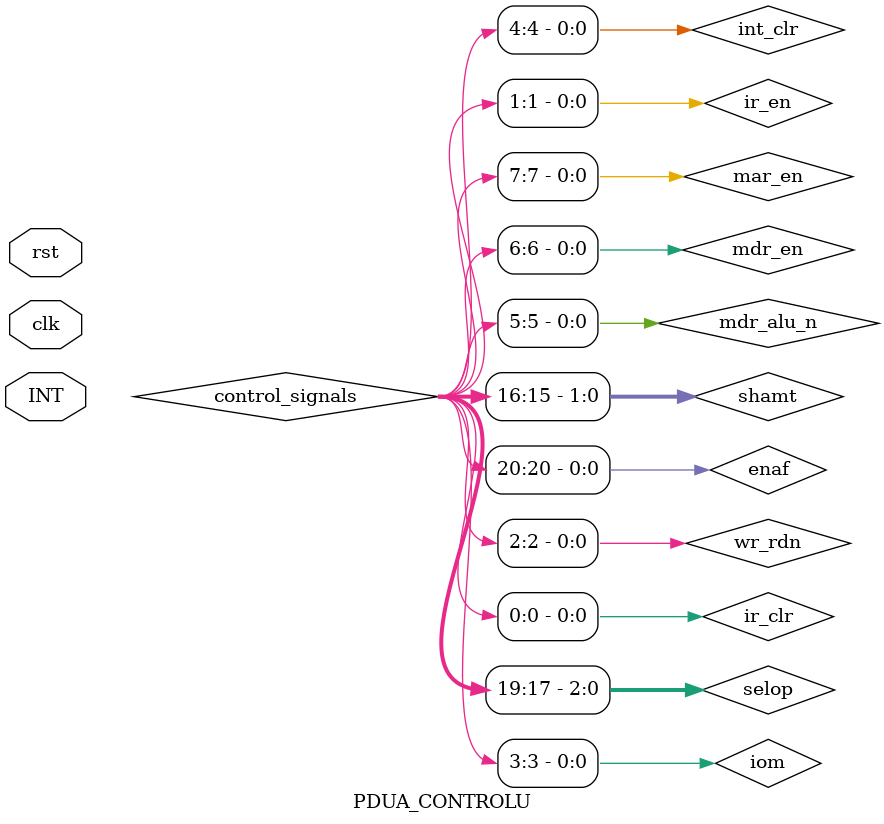
<source format=v>
module PDUA_CONTROLU (
    input wire clk,
    input wire rst,
    input wire INT
);

    wire Z, N, C, P;
    wire [4:0] opcode; 
    wire [20:0] control_signals;
    wire wr_rd_n;
    wire mdr_alu_n;
    wire mdr_en;
    wire mar_en;
    wire ir_en;
	 wire int_clr;
    wire bank_wr_en;
    wire enaf;
    wire [1:0] shamt;
    wire [2:0] selop;
    wire [2:0] busC_addr;
    wire [2:0] busB_addr;
	 wire sclr;
	 wire wr_rdn;
	 wire ir_clr;
	 wire intp;

// Registro para las interrupciones
reg_RTL #(.MAX_WIDTH(1)) reg_Intp (
    .d(1'b1),
    .clk(clk),
    .en(INT),
	 .sclr(int_clr),
    .rst(rst),
	 .q(intp)
); 
	 
    // Instanciar la Unidad de Control
    controlUnit_up control_unit (
        .clk(clk),
        .rst(rst),
        .Z(Z),
        .N(N),
        .C(C),
        .P(P),
        .intp(intp),
        .opcode(opcode),
        .controlUnit_out(control_signals)
    );

    // Instanciar el sistema de memoria PDUA
    memory_system PDUA (
        .mdr_alu_n(mdr_alu_n),
        .mdr_en(mdr_en),
        .bank_wr_en(bank_wr_en),
        .BusB_addr(busB_addr),
        .BusC_addr(busC_addr),
        .enaf(enaf),
        .selop(selop),
        .shamt(shamt),
        .mar_en(mar_en),
        .ir_en(ir_en),
        .clk(clk),
        .rst(rst),
        .ir_clr(ir_clr), //Sospechoso          
        .wr_rd_n(wr_rdn),
        .C(C),
        .N(N),
        .Z(Z),
        .P(P),
        .opcode(opcode)
    );
	 
	 // Decodificar señales de control
    assign enaf        = control_signals[20];
    assign selop       = control_signals[19:17];
    assign shamt       = control_signals[16:15];
    assign busB_addr   = control_signals[14:12];
    assign busC_addr   = control_signals[11:9];
    assign bank_wr_en  = control_signals[8];
    assign mar_en      = control_signals[7];
    assign mdr_en      = control_signals[6];
    assign mdr_alu_n   = control_signals[5];
    assign int_clr     = control_signals[4];
    assign iom         = control_signals[3];
	 assign wr_rdn      = control_signals[2];
	 assign ir_en       = control_signals[1];
	 assign ir_clr      = control_signals[0];

endmodule


</source>
